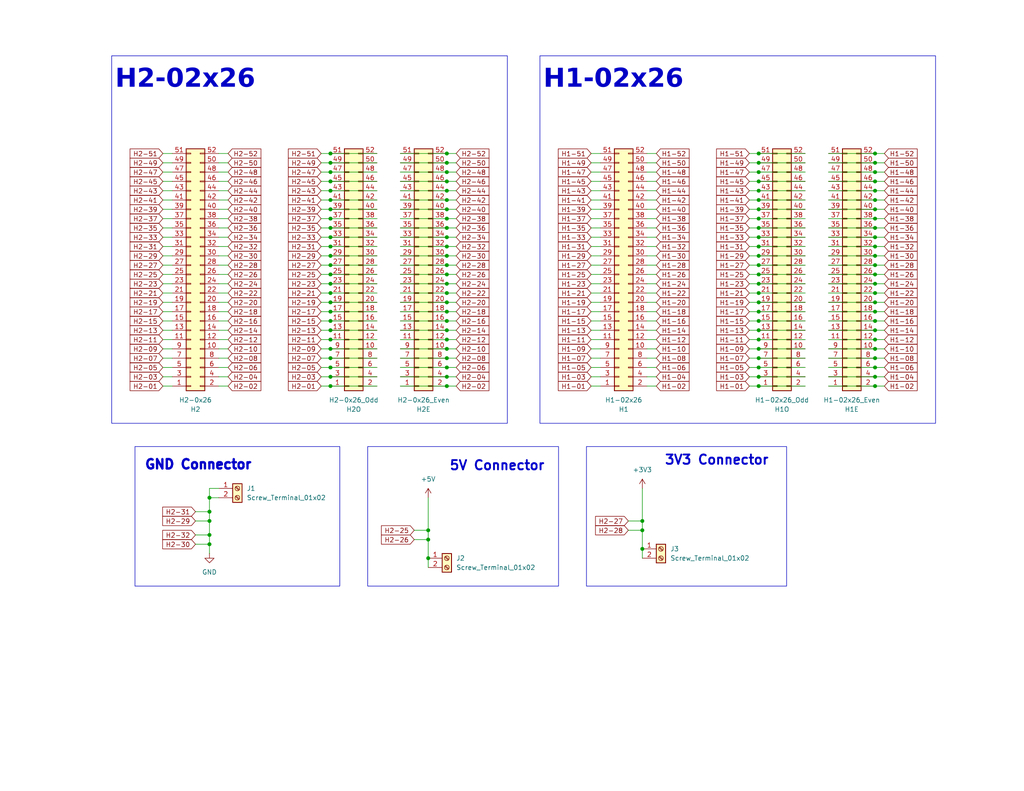
<source format=kicad_sch>
(kicad_sch (version 20231120) (generator "eeschema") (generator_version "8.0")
  (paper "USLetter")
  (junction (at 238.76 74.93))
  (junction (at 207.01 64.77))
  (junction (at 207.01 90.17))
  (junction (at 238.76 77.47))
  (junction (at 121.92 52.07))
  (junction (at 121.92 92.71))
  (junction (at 90.17 97.79))
  (junction (at 207.01 72.39))
  (junction (at 207.01 85.09))
  (junction (at 207.01 59.69))
  (junction (at 90.17 85.09))
  (junction (at 238.76 87.63))
  (junction (at 207.01 41.91))
  (junction (at 57.15 135.89))
  (junction (at 175.26 149.86))
  (junction (at 207.01 87.63))
  (junction (at 207.01 100.33))
  (junction (at 90.17 92.71))
  (junction (at 90.17 87.63))
  (junction (at 175.26 142.24))
  (junction (at 207.01 92.71))
  (junction (at 116.84 152.4))
  (junction (at 238.76 72.39))
  (junction (at 90.17 90.17))
  (junction (at 207.01 69.85))
  (junction (at 90.17 46.99))
  (junction (at 121.92 97.79))
  (junction (at 90.17 59.69))
  (junction (at 121.92 69.85))
  (junction (at 238.76 49.53))
  (junction (at 90.17 74.93))
  (junction (at 207.01 82.55))
  (junction (at 207.01 54.61))
  (junction (at 90.17 64.77))
  (junction (at 121.92 62.23))
  (junction (at 238.76 59.69))
  (junction (at 238.76 52.07))
  (junction (at 238.76 64.77))
  (junction (at 207.01 102.87))
  (junction (at 121.92 72.39))
  (junction (at 238.76 54.61))
  (junction (at 175.26 144.78))
  (junction (at 57.15 142.24))
  (junction (at 121.92 64.77))
  (junction (at 90.17 80.01))
  (junction (at 207.01 52.07))
  (junction (at 238.76 62.23))
  (junction (at 238.76 41.91))
  (junction (at 238.76 105.41))
  (junction (at 238.76 102.87))
  (junction (at 238.76 92.71))
  (junction (at 121.92 82.55))
  (junction (at 90.17 100.33))
  (junction (at 121.92 57.15))
  (junction (at 238.76 44.45))
  (junction (at 90.17 72.39))
  (junction (at 121.92 59.69))
  (junction (at 238.76 67.31))
  (junction (at 90.17 69.85))
  (junction (at 238.76 46.99))
  (junction (at 207.01 67.31))
  (junction (at 238.76 82.55))
  (junction (at 90.17 52.07))
  (junction (at 238.76 100.33))
  (junction (at 121.92 105.41))
  (junction (at 121.92 49.53))
  (junction (at 207.01 49.53))
  (junction (at 90.17 77.47))
  (junction (at 207.01 74.93))
  (junction (at 90.17 49.53))
  (junction (at 90.17 44.45))
  (junction (at 90.17 57.15))
  (junction (at 207.01 80.01))
  (junction (at 207.01 97.79))
  (junction (at 121.92 102.87))
  (junction (at 90.17 41.91))
  (junction (at 121.92 100.33))
  (junction (at 121.92 95.25))
  (junction (at 121.92 41.91))
  (junction (at 116.84 147.32))
  (junction (at 90.17 95.25))
  (junction (at 121.92 67.31))
  (junction (at 90.17 54.61))
  (junction (at 121.92 44.45))
  (junction (at 57.15 148.59))
  (junction (at 121.92 87.63))
  (junction (at 57.15 146.05))
  (junction (at 238.76 57.15))
  (junction (at 116.84 144.78))
  (junction (at 121.92 85.09))
  (junction (at 238.76 97.79))
  (junction (at 238.76 69.85))
  (junction (at 238.76 90.17))
  (junction (at 121.92 80.01))
  (junction (at 207.01 46.99))
  (junction (at 207.01 57.15))
  (junction (at 90.17 82.55))
  (junction (at 57.15 139.7))
  (junction (at 207.01 44.45))
  (junction (at 207.01 105.41))
  (junction (at 90.17 62.23))
  (junction (at 238.76 85.09))
  (junction (at 238.76 95.25))
  (junction (at 207.01 62.23))
  (junction (at 121.92 54.61))
  (junction (at 121.92 90.17))
  (junction (at 121.92 74.93))
  (junction (at 90.17 67.31))
  (junction (at 238.76 80.01))
  (junction (at 121.92 77.47))
  (junction (at 207.01 77.47))
  (junction (at 90.17 102.87))
  (junction (at 207.01 95.25))
  (junction (at 90.17 105.41))
  (junction (at 121.92 46.99))
  (wire (pts (xy 241.3 100.33) (xy 238.76 100.33)))
  (wire (pts (xy 124.46 41.91) (xy 121.92 41.91)))
  (wire (pts (xy 204.47 105.41) (xy 207.01 105.41)))
  (wire (pts (xy 241.3 85.09) (xy 238.76 85.09)))
  (wire (pts (xy 124.46 67.31) (xy 121.92 67.31)))
  (wire (pts (xy 44.45 54.61) (xy 46.99 54.61)))
  (wire (pts (xy 241.3 72.39) (xy 238.76 72.39)))
  (wire (pts (xy 207.01 90.17) (xy 219.71 90.17)))
  (wire (pts (xy 124.46 69.85) (xy 121.92 69.85)))
  (wire (pts (xy 179.07 74.93) (xy 176.53 74.93)))
  (wire (pts (xy 226.06 52.07) (xy 238.76 52.07)))
  (wire (pts (xy 44.45 49.53) (xy 46.99 49.53)))
  (wire (pts (xy 161.29 97.79) (xy 163.83 97.79)))
  (wire (pts (xy 87.63 44.45) (xy 90.17 44.45)))
  (wire (pts (xy 161.29 67.31) (xy 163.83 67.31)))
  (wire (pts (xy 109.22 105.41) (xy 121.92 105.41)))
  (wire (pts (xy 207.01 102.87) (xy 219.71 102.87)))
  (wire (pts (xy 44.45 95.25) (xy 46.99 95.25)))
  (wire (pts (xy 124.46 100.33) (xy 121.92 100.33)))
  (wire (pts (xy 53.34 146.05) (xy 57.15 146.05)))
  (wire (pts (xy 116.84 147.32) (xy 116.84 152.4)))
  (wire (pts (xy 109.22 92.71) (xy 121.92 92.71)))
  (wire (pts (xy 226.06 64.77) (xy 238.76 64.77)))
  (wire (pts (xy 241.3 102.87) (xy 238.76 102.87)))
  (wire (pts (xy 44.45 72.39) (xy 46.99 72.39)))
  (wire (pts (xy 241.3 57.15) (xy 238.76 57.15)))
  (wire (pts (xy 204.47 52.07) (xy 207.01 52.07)))
  (wire (pts (xy 241.3 92.71) (xy 238.76 92.71)))
  (wire (pts (xy 226.06 59.69) (xy 238.76 59.69)))
  (wire (pts (xy 90.17 72.39) (xy 102.87 72.39)))
  (wire (pts (xy 161.29 105.41) (xy 163.83 105.41)))
  (wire (pts (xy 226.06 85.09) (xy 238.76 85.09)))
  (wire (pts (xy 62.23 105.41) (xy 59.69 105.41)))
  (wire (pts (xy 207.01 59.69) (xy 219.71 59.69)))
  (wire (pts (xy 87.63 67.31) (xy 90.17 67.31)))
  (wire (pts (xy 109.22 57.15) (xy 121.92 57.15)))
  (wire (pts (xy 87.63 49.53) (xy 90.17 49.53)))
  (wire (pts (xy 90.17 62.23) (xy 102.87 62.23)))
  (wire (pts (xy 44.45 92.71) (xy 46.99 92.71)))
  (wire (pts (xy 124.46 105.41) (xy 121.92 105.41)))
  (wire (pts (xy 161.29 54.61) (xy 163.83 54.61)))
  (wire (pts (xy 57.15 133.35) (xy 57.15 135.89)))
  (wire (pts (xy 90.17 92.71) (xy 102.87 92.71)))
  (wire (pts (xy 207.01 80.01) (xy 219.71 80.01)))
  (wire (pts (xy 226.06 82.55) (xy 238.76 82.55)))
  (wire (pts (xy 87.63 90.17) (xy 90.17 90.17)))
  (wire (pts (xy 204.47 85.09) (xy 207.01 85.09)))
  (wire (pts (xy 62.23 44.45) (xy 59.69 44.45)))
  (wire (pts (xy 241.3 77.47) (xy 238.76 77.47)))
  (wire (pts (xy 90.17 64.77) (xy 102.87 64.77)))
  (wire (pts (xy 207.01 57.15) (xy 219.71 57.15)))
  (wire (pts (xy 204.47 49.53) (xy 207.01 49.53)))
  (wire (pts (xy 124.46 77.47) (xy 121.92 77.47)))
  (wire (pts (xy 226.06 100.33) (xy 238.76 100.33)))
  (wire (pts (xy 87.63 52.07) (xy 90.17 52.07)))
  (wire (pts (xy 124.46 80.01) (xy 121.92 80.01)))
  (wire (pts (xy 62.23 87.63) (xy 59.69 87.63)))
  (wire (pts (xy 87.63 57.15) (xy 90.17 57.15)))
  (wire (pts (xy 179.07 67.31) (xy 176.53 67.31)))
  (wire (pts (xy 161.29 52.07) (xy 163.83 52.07)))
  (wire (pts (xy 226.06 67.31) (xy 238.76 67.31)))
  (wire (pts (xy 241.3 62.23) (xy 238.76 62.23)))
  (wire (pts (xy 44.45 46.99) (xy 46.99 46.99)))
  (wire (pts (xy 204.47 44.45) (xy 207.01 44.45)))
  (wire (pts (xy 175.26 144.78) (xy 175.26 142.24)))
  (wire (pts (xy 44.45 52.07) (xy 46.99 52.07)))
  (wire (pts (xy 207.01 74.93) (xy 219.71 74.93)))
  (wire (pts (xy 109.22 59.69) (xy 121.92 59.69)))
  (wire (pts (xy 241.3 95.25) (xy 238.76 95.25)))
  (wire (pts (xy 226.06 77.47) (xy 238.76 77.47)))
  (wire (pts (xy 226.06 54.61) (xy 238.76 54.61)))
  (wire (pts (xy 124.46 49.53) (xy 121.92 49.53)))
  (wire (pts (xy 62.23 41.91) (xy 59.69 41.91)))
  (wire (pts (xy 179.07 69.85) (xy 176.53 69.85)))
  (wire (pts (xy 90.17 102.87) (xy 102.87 102.87)))
  (wire (pts (xy 87.63 41.91) (xy 90.17 41.91)))
  (wire (pts (xy 124.46 57.15) (xy 121.92 57.15)))
  (wire (pts (xy 90.17 52.07) (xy 102.87 52.07)))
  (wire (pts (xy 241.3 64.77) (xy 238.76 64.77)))
  (wire (pts (xy 161.29 90.17) (xy 163.83 90.17)))
  (wire (pts (xy 62.23 77.47) (xy 59.69 77.47)))
  (wire (pts (xy 44.45 67.31) (xy 46.99 67.31)))
  (wire (pts (xy 90.17 97.79) (xy 102.87 97.79)))
  (wire (pts (xy 161.29 62.23) (xy 163.83 62.23)))
  (wire (pts (xy 87.63 69.85) (xy 90.17 69.85)))
  (wire (pts (xy 90.17 95.25) (xy 102.87 95.25)))
  (wire (pts (xy 116.84 144.78) (xy 116.84 135.89)))
  (wire (pts (xy 161.29 95.25) (xy 163.83 95.25)))
  (wire (pts (xy 87.63 92.71) (xy 90.17 92.71)))
  (wire (pts (xy 179.07 92.71) (xy 176.53 92.71)))
  (wire (pts (xy 44.45 80.01) (xy 46.99 80.01)))
  (wire (pts (xy 124.46 52.07) (xy 121.92 52.07)))
  (wire (pts (xy 87.63 85.09) (xy 90.17 85.09)))
  (wire (pts (xy 207.01 87.63) (xy 219.71 87.63)))
  (wire (pts (xy 87.63 72.39) (xy 90.17 72.39)))
  (wire (pts (xy 57.15 139.7) (xy 57.15 142.24)))
  (wire (pts (xy 204.47 57.15) (xy 207.01 57.15)))
  (wire (pts (xy 179.07 52.07) (xy 176.53 52.07)))
  (wire (pts (xy 109.22 77.47) (xy 121.92 77.47)))
  (wire (pts (xy 161.29 44.45) (xy 163.83 44.45)))
  (wire (pts (xy 87.63 59.69) (xy 90.17 59.69)))
  (wire (pts (xy 57.15 146.05) (xy 57.15 148.59)))
  (wire (pts (xy 62.23 80.01) (xy 59.69 80.01)))
  (wire (pts (xy 90.17 82.55) (xy 102.87 82.55)))
  (wire (pts (xy 109.22 46.99) (xy 121.92 46.99)))
  (wire (pts (xy 204.47 92.71) (xy 207.01 92.71)))
  (wire (pts (xy 62.23 95.25) (xy 59.69 95.25)))
  (wire (pts (xy 161.29 80.01) (xy 163.83 80.01)))
  (wire (pts (xy 62.23 100.33) (xy 59.69 100.33)))
  (wire (pts (xy 124.46 102.87) (xy 121.92 102.87)))
  (wire (pts (xy 109.22 102.87) (xy 121.92 102.87)))
  (wire (pts (xy 226.06 95.25) (xy 238.76 95.25)))
  (wire (pts (xy 44.45 57.15) (xy 46.99 57.15)))
  (wire (pts (xy 44.45 97.79) (xy 46.99 97.79)))
  (wire (pts (xy 90.17 87.63) (xy 102.87 87.63)))
  (wire (pts (xy 87.63 80.01) (xy 90.17 80.01)))
  (wire (pts (xy 59.69 135.89) (xy 57.15 135.89)))
  (wire (pts (xy 161.29 87.63) (xy 163.83 87.63)))
  (wire (pts (xy 124.46 44.45) (xy 121.92 44.45)))
  (wire (pts (xy 90.17 100.33) (xy 102.87 100.33)))
  (wire (pts (xy 161.29 82.55) (xy 163.83 82.55)))
  (wire (pts (xy 179.07 72.39) (xy 176.53 72.39)))
  (wire (pts (xy 62.23 67.31) (xy 59.69 67.31)))
  (wire (pts (xy 109.22 90.17) (xy 121.92 90.17)))
  (wire (pts (xy 207.01 54.61) (xy 219.71 54.61)))
  (wire (pts (xy 204.47 69.85) (xy 207.01 69.85)))
  (wire (pts (xy 90.17 80.01) (xy 102.87 80.01)))
  (wire (pts (xy 207.01 44.45) (xy 219.71 44.45)))
  (wire (pts (xy 113.03 144.78) (xy 116.84 144.78)))
  (wire (pts (xy 204.47 72.39) (xy 207.01 72.39)))
  (wire (pts (xy 62.23 62.23) (xy 59.69 62.23)))
  (wire (pts (xy 90.17 59.69) (xy 102.87 59.69)))
  (wire (pts (xy 53.34 142.24) (xy 57.15 142.24)))
  (wire (pts (xy 207.01 46.99) (xy 219.71 46.99)))
  (wire (pts (xy 207.01 69.85) (xy 219.71 69.85)))
  (wire (pts (xy 204.47 80.01) (xy 207.01 80.01)))
  (wire (pts (xy 90.17 69.85) (xy 102.87 69.85)))
  (wire (pts (xy 161.29 85.09) (xy 163.83 85.09)))
  (wire (pts (xy 90.17 57.15) (xy 102.87 57.15)))
  (wire (pts (xy 90.17 85.09) (xy 102.87 85.09)))
  (wire (pts (xy 179.07 59.69) (xy 176.53 59.69)))
  (wire (pts (xy 90.17 90.17) (xy 102.87 90.17)))
  (wire (pts (xy 62.23 82.55) (xy 59.69 82.55)))
  (wire (pts (xy 179.07 46.99) (xy 176.53 46.99)))
  (wire (pts (xy 57.15 148.59) (xy 57.15 151.13)))
  (wire (pts (xy 179.07 82.55) (xy 176.53 82.55)))
  (wire (pts (xy 179.07 49.53) (xy 176.53 49.53)))
  (wire (pts (xy 44.45 82.55) (xy 46.99 82.55)))
  (wire (pts (xy 44.45 90.17) (xy 46.99 90.17)))
  (wire (pts (xy 175.26 144.78) (xy 175.26 149.86)))
  (wire (pts (xy 62.23 57.15) (xy 59.69 57.15)))
  (wire (pts (xy 204.47 95.25) (xy 207.01 95.25)))
  (wire (pts (xy 179.07 80.01) (xy 176.53 80.01)))
  (wire (pts (xy 109.22 85.09) (xy 121.92 85.09)))
  (wire (pts (xy 241.3 80.01) (xy 238.76 80.01)))
  (wire (pts (xy 161.29 74.93) (xy 163.83 74.93)))
  (wire (pts (xy 121.92 97.79) (xy 124.46 97.79)))
  (wire (pts (xy 124.46 74.93) (xy 121.92 74.93)))
  (wire (pts (xy 90.17 54.61) (xy 102.87 54.61)))
  (wire (pts (xy 226.06 41.91) (xy 238.76 41.91)))
  (wire (pts (xy 179.07 64.77) (xy 176.53 64.77)))
  (wire (pts (xy 241.3 46.99) (xy 238.76 46.99)))
  (wire (pts (xy 109.22 54.61) (xy 121.92 54.61)))
  (wire (pts (xy 90.17 105.41) (xy 102.87 105.41)))
  (wire (pts (xy 207.01 62.23) (xy 219.71 62.23)))
  (wire (pts (xy 87.63 97.79) (xy 90.17 97.79)))
  (wire (pts (xy 116.84 152.4) (xy 116.84 154.94)))
  (wire (pts (xy 116.84 147.32) (xy 116.84 144.78)))
  (wire (pts (xy 241.3 52.07) (xy 238.76 52.07)))
  (wire (pts (xy 124.46 82.55) (xy 121.92 82.55)))
  (wire (pts (xy 109.22 80.01) (xy 121.92 80.01)))
  (wire (pts (xy 179.07 105.41) (xy 176.53 105.41)))
  (wire (pts (xy 109.22 100.33) (xy 121.92 100.33)))
  (wire (pts (xy 124.46 72.39) (xy 121.92 72.39)))
  (wire (pts (xy 207.01 72.39) (xy 219.71 72.39)))
  (wire (pts (xy 179.07 57.15) (xy 176.53 57.15)))
  (wire (pts (xy 87.63 102.87) (xy 90.17 102.87)))
  (wire (pts (xy 87.63 87.63) (xy 90.17 87.63)))
  (wire (pts (xy 204.47 59.69) (xy 207.01 59.69)))
  (wire (pts (xy 44.45 105.41) (xy 46.99 105.41)))
  (wire (pts (xy 226.06 72.39) (xy 238.76 72.39)))
  (wire (pts (xy 207.01 97.79) (xy 219.71 97.79)))
  (wire (pts (xy 124.46 85.09) (xy 121.92 85.09)))
  (wire (pts (xy 207.01 85.09) (xy 219.71 85.09)))
  (wire (pts (xy 226.06 90.17) (xy 238.76 90.17)))
  (wire (pts (xy 241.3 97.79) (xy 238.76 97.79)))
  (wire (pts (xy 179.07 54.61) (xy 176.53 54.61)))
  (wire (pts (xy 241.3 54.61) (xy 238.76 54.61)))
  (wire (pts (xy 241.3 74.93) (xy 238.76 74.93)))
  (wire (pts (xy 59.69 133.35) (xy 57.15 133.35)))
  (wire (pts (xy 44.45 102.87) (xy 46.99 102.87)))
  (wire (pts (xy 87.63 64.77) (xy 90.17 64.77)))
  (wire (pts (xy 161.29 49.53) (xy 163.83 49.53)))
  (wire (pts (xy 207.01 82.55) (xy 219.71 82.55)))
  (wire (pts (xy 204.47 74.93) (xy 207.01 74.93)))
  (wire (pts (xy 109.22 44.45) (xy 121.92 44.45)))
  (wire (pts (xy 62.23 54.61) (xy 59.69 54.61)))
  (wire (pts (xy 44.45 87.63) (xy 46.99 87.63)))
  (wire (pts (xy 109.22 74.93) (xy 121.92 74.93)))
  (wire (pts (xy 207.01 92.71) (xy 219.71 92.71)))
  (wire (pts (xy 109.22 69.85) (xy 121.92 69.85)))
  (wire (pts (xy 241.3 59.69) (xy 238.76 59.69)))
  (wire (pts (xy 204.47 97.79) (xy 207.01 97.79)))
  (wire (pts (xy 204.47 54.61) (xy 207.01 54.61)))
  (wire (pts (xy 87.63 77.47) (xy 90.17 77.47)))
  (wire (pts (xy 161.29 72.39) (xy 163.83 72.39)))
  (wire (pts (xy 161.29 92.71) (xy 163.83 92.71)))
  (wire (pts (xy 109.22 67.31) (xy 121.92 67.31)))
  (wire (pts (xy 204.47 77.47) (xy 207.01 77.47)))
  (wire (pts (xy 179.07 95.25) (xy 176.53 95.25)))
  (wire (pts (xy 226.06 57.15) (xy 238.76 57.15)))
  (wire (pts (xy 62.23 49.53) (xy 59.69 49.53)))
  (wire (pts (xy 179.07 97.79) (xy 176.53 97.79)))
  (wire (pts (xy 175.26 142.24) (xy 175.26 133.35)))
  (wire (pts (xy 87.63 54.61) (xy 90.17 54.61)))
  (wire (pts (xy 62.23 85.09) (xy 59.69 85.09)))
  (wire (pts (xy 204.47 41.91) (xy 207.01 41.91)))
  (wire (pts (xy 109.22 62.23) (xy 121.92 62.23)))
  (wire (pts (xy 57.15 142.24) (xy 57.15 146.05)))
  (wire (pts (xy 109.22 95.25) (xy 121.92 95.25)))
  (wire (pts (xy 241.3 82.55) (xy 238.76 82.55)))
  (wire (pts (xy 87.63 46.99) (xy 90.17 46.99)))
  (wire (pts (xy 241.3 41.91) (xy 238.76 41.91)))
  (wire (pts (xy 109.22 41.91) (xy 121.92 41.91)))
  (wire (pts (xy 161.29 57.15) (xy 163.83 57.15)))
  (wire (pts (xy 226.06 62.23) (xy 238.76 62.23)))
  (wire (pts (xy 62.23 97.79) (xy 59.69 97.79)))
  (wire (pts (xy 171.45 144.78) (xy 175.26 144.78)))
  (wire (pts (xy 241.3 105.41) (xy 238.76 105.41)))
  (wire (pts (xy 109.22 87.63) (xy 121.92 87.63)))
  (wire (pts (xy 121.92 59.69) (xy 124.46 59.69)))
  (wire (pts (xy 44.45 85.09) (xy 46.99 85.09)))
  (wire (pts (xy 109.22 72.39) (xy 121.92 72.39)))
  (wire (pts (xy 226.06 44.45) (xy 238.76 44.45)))
  (wire (pts (xy 226.06 69.85) (xy 238.76 69.85)))
  (wire (pts (xy 124.46 87.63) (xy 121.92 87.63)))
  (wire (pts (xy 241.3 90.17) (xy 238.76 90.17)))
  (wire (pts (xy 62.23 102.87) (xy 59.69 102.87)))
  (wire (pts (xy 90.17 46.99) (xy 102.87 46.99)))
  (wire (pts (xy 226.06 49.53) (xy 238.76 49.53)))
  (wire (pts (xy 207.01 41.91) (xy 219.71 41.91)))
  (wire (pts (xy 204.47 82.55) (xy 207.01 82.55)))
  (wire (pts (xy 226.06 102.87) (xy 238.76 102.87)))
  (wire (pts (xy 62.23 46.99) (xy 59.69 46.99)))
  (wire (pts (xy 44.45 100.33) (xy 46.99 100.33)))
  (wire (pts (xy 124.46 54.61) (xy 121.92 54.61)))
  (wire (pts (xy 109.22 82.55) (xy 121.92 82.55)))
  (wire (pts (xy 241.3 67.31) (xy 238.76 67.31)))
  (wire (pts (xy 109.22 49.53) (xy 121.92 49.53)))
  (wire (pts (xy 44.45 77.47) (xy 46.99 77.47)))
  (wire (pts (xy 179.07 102.87) (xy 176.53 102.87)))
  (wire (pts (xy 124.46 64.77) (xy 121.92 64.77)))
  (wire (pts (xy 161.29 59.69) (xy 163.83 59.69)))
  (wire (pts (xy 226.06 74.93) (xy 238.76 74.93)))
  (wire (pts (xy 87.63 100.33) (xy 90.17 100.33)))
  (wire (pts (xy 241.3 69.85) (xy 238.76 69.85)))
  (wire (pts (xy 204.47 87.63) (xy 207.01 87.63)))
  (wire (pts (xy 44.45 69.85) (xy 46.99 69.85)))
  (wire (pts (xy 62.23 59.69) (xy 59.69 59.69)))
  (wire (pts (xy 241.3 87.63) (xy 238.76 87.63)))
  (wire (pts (xy 204.47 102.87) (xy 207.01 102.87)))
  (wire (pts (xy 44.45 64.77) (xy 46.99 64.77)))
  (wire (pts (xy 90.17 41.91) (xy 102.87 41.91)))
  (wire (pts (xy 124.46 90.17) (xy 121.92 90.17)))
  (wire (pts (xy 207.01 67.31) (xy 219.71 67.31)))
  (wire (pts (xy 124.46 62.23) (xy 121.92 62.23)))
  (wire (pts (xy 124.46 46.99) (xy 121.92 46.99)))
  (wire (pts (xy 62.23 74.93) (xy 59.69 74.93)))
  (wire (pts (xy 207.01 52.07) (xy 219.71 52.07)))
  (wire (pts (xy 241.3 44.45) (xy 238.76 44.45)))
  (wire (pts (xy 179.07 100.33) (xy 176.53 100.33)))
  (wire (pts (xy 207.01 64.77) (xy 219.71 64.77)))
  (wire (pts (xy 207.01 49.53) (xy 219.71 49.53)))
  (wire (pts (xy 44.45 74.93) (xy 46.99 74.93)))
  (wire (pts (xy 44.45 44.45) (xy 46.99 44.45)))
  (wire (pts (xy 62.23 52.07) (xy 59.69 52.07)))
  (wire (pts (xy 109.22 97.79) (xy 121.92 97.79)))
  (wire (pts (xy 179.07 44.45) (xy 176.53 44.45)))
  (wire (pts (xy 124.46 95.25) (xy 121.92 95.25)))
  (wire (pts (xy 204.47 62.23) (xy 207.01 62.23)))
  (wire (pts (xy 207.01 105.41) (xy 219.71 105.41)))
  (wire (pts (xy 87.63 95.25) (xy 90.17 95.25)))
  (wire (pts (xy 109.22 64.77) (xy 121.92 64.77)))
  (wire (pts (xy 204.47 90.17) (xy 207.01 90.17)))
  (wire (pts (xy 226.06 46.99) (xy 238.76 46.99)))
  (wire (pts (xy 62.23 90.17) (xy 59.69 90.17)))
  (wire (pts (xy 179.07 87.63) (xy 176.53 87.63)))
  (wire (pts (xy 62.23 72.39) (xy 59.69 72.39)))
  (wire (pts (xy 179.07 90.17) (xy 176.53 90.17)))
  (wire (pts (xy 207.01 95.25) (xy 219.71 95.25)))
  (wire (pts (xy 113.03 147.32) (xy 116.84 147.32)))
  (wire (pts (xy 62.23 64.77) (xy 59.69 64.77)))
  (wire (pts (xy 204.47 46.99) (xy 207.01 46.99)))
  (wire (pts (xy 226.06 97.79) (xy 238.76 97.79)))
  (wire (pts (xy 90.17 49.53) (xy 102.87 49.53)))
  (wire (pts (xy 161.29 102.87) (xy 163.83 102.87)))
  (wire (pts (xy 241.3 49.53) (xy 238.76 49.53)))
  (wire (pts (xy 226.06 80.01) (xy 238.76 80.01)))
  (wire (pts (xy 62.23 69.85) (xy 59.69 69.85)))
  (wire (pts (xy 109.22 52.07) (xy 121.92 52.07)))
  (wire (pts (xy 161.29 41.91) (xy 163.83 41.91)))
  (wire (pts (xy 44.45 59.69) (xy 46.99 59.69)))
  (wire (pts (xy 87.63 74.93) (xy 90.17 74.93)))
  (wire (pts (xy 207.01 100.33) (xy 219.71 100.33)))
  (wire (pts (xy 87.63 105.41) (xy 90.17 105.41)))
  (wire (pts (xy 179.07 62.23) (xy 176.53 62.23)))
  (wire (pts (xy 44.45 41.91) (xy 46.99 41.91)))
  (wire (pts (xy 204.47 100.33) (xy 207.01 100.33)))
  (wire (pts (xy 161.29 100.33) (xy 163.83 100.33)))
  (wire (pts (xy 87.63 82.55) (xy 90.17 82.55)))
  (wire (pts (xy 204.47 67.31) (xy 207.01 67.31)))
  (wire (pts (xy 62.23 92.71) (xy 59.69 92.71)))
  (wire (pts (xy 226.06 87.63) (xy 238.76 87.63)))
  (wire (pts (xy 161.29 77.47) (xy 163.83 77.47)))
  (wire (pts (xy 87.63 62.23) (xy 90.17 62.23)))
  (wire (pts (xy 90.17 77.47) (xy 102.87 77.47)))
  (wire (pts (xy 57.15 135.89) (xy 57.15 139.7)))
  (wire (pts (xy 161.29 69.85) (xy 163.83 69.85)))
  (wire (pts (xy 179.07 85.09) (xy 176.53 85.09)))
  (wire (pts (xy 44.45 62.23) (xy 46.99 62.23)))
  (wire (pts (xy 53.34 139.7) (xy 57.15 139.7)))
  (wire (pts (xy 207.01 77.47) (xy 219.71 77.47)))
  (wire (pts (xy 179.07 77.47) (xy 176.53 77.47)))
  (wire (pts (xy 171.45 142.24) (xy 175.26 142.24)))
  (wire (pts (xy 53.34 148.59) (xy 57.15 148.59)))
  (wire (pts (xy 226.06 105.41) (xy 238.76 105.41)))
  (wire (pts (xy 204.47 64.77) (xy 207.01 64.77)))
  (wire (pts (xy 161.29 64.77) (xy 163.83 64.77)))
  (wire (pts (xy 175.26 149.86) (xy 175.26 152.4)))
  (wire (pts (xy 90.17 44.45) (xy 102.87 44.45)))
  (wire (pts (xy 90.17 74.93) (xy 102.87 74.93)))
  (wire (pts (xy 226.06 92.71) (xy 238.76 92.71)))
  (wire (pts (xy 90.17 67.31) (xy 102.87 67.31)))
  (wire (pts (xy 161.29 46.99) (xy 163.83 46.99)))
  (wire (pts (xy 124.46 92.71) (xy 121.92 92.71)))
  (wire (pts (xy 179.07 41.91) (xy 176.53 41.91)))
  (rectangle (start 36.83 121.92) (end 92.71 160.02))
  (rectangle (start 100.33 121.92) (end 152.4 160.02))
  (rectangle (start 147.32 15.24) (end 255.27 115.57))
  (rectangle (start 160.02 121.92) (end 214.63 160.02))
  (rectangle (start 30.48 15.24) (end 138.43 115.57))
  (text "H1-02x26" (at 167.386 23.114 0) (effects (font (size 5.08 5.08))))
  (text "3V3 Connector\n" (at 195.58 125.73 0) (effects (font (size 2.54 2.54) (thickness 0.508) (bold yes))))
  (text "5V Connector" (at 135.636 127.254 0) (effects (font (size 2.54 2.54) (thickness 0.508) (bold yes))))
  (text "H2-02x26" (at 50.546 23.114 0) (effects (font (size 5.08 5.08))))
  (text "GND Connector" (at 54.102 127 0) (effects (font (size 2.54 2.54) (thickness 1.016) (bold yes))))
  (global_label "H1-05" (shape input) (at 204.47 100.33 180) (property "Intersheetrefs" "${INTERSHEET_REFS}" (effects (hide yes))))
  (global_label "H1-26" (shape input) (at 179.07 74.93 0) (property "Intersheetrefs" "${INTERSHEET_REFS}" (effects (hide yes))))
  (global_label "H1-45" (shape input) (at 161.29 49.53 180) (property "Intersheetrefs" "${INTERSHEET_REFS}" (effects (hide yes))))
  (global_label "H2-45" (shape input) (at 87.63 49.53 180) (property "Intersheetrefs" "${INTERSHEET_REFS}" (effects (hide yes))))
  (global_label "H2-20" (shape input) (at 62.23 82.55 0) (property "Intersheetrefs" "${INTERSHEET_REFS}" (effects (hide yes))))
  (global_label "H2-21" (shape input) (at 87.63 80.01 180) (property "Intersheetrefs" "${INTERSHEET_REFS}" (effects (hide yes))))
  (global_label "H2-04" (shape input) (at 124.46 102.87 0) (property "Intersheetrefs" "${INTERSHEET_REFS}" (effects (hide yes))))
  (global_label "H2-24" (shape input) (at 62.23 77.47 0) (property "Intersheetrefs" "${INTERSHEET_REFS}" (effects (hide yes))))
  (global_label "H1-16" (shape input) (at 179.07 87.63 0) (property "Intersheetrefs" "${INTERSHEET_REFS}" (effects (hide yes))))
  (global_label "H2-43" (shape input) (at 44.45 52.07 180) (property "Intersheetrefs" "${INTERSHEET_REFS}" (effects (hide yes))))
  (global_label "H2-11" (shape input) (at 87.63 92.71 180) (property "Intersheetrefs" "${INTERSHEET_REFS}" (effects (hide yes))))
  (global_label "H1-22" (shape input) (at 179.07 80.01 0) (property "Intersheetrefs" "${INTERSHEET_REFS}" (effects (hide yes))))
  (global_label "H1-19" (shape input) (at 204.47 82.55 180) (property "Intersheetrefs" "${INTERSHEET_REFS}" (effects (hide yes))))
  (global_label "H2-02" (shape input) (at 124.46 105.41 0) (property "Intersheetrefs" "${INTERSHEET_REFS}" (effects (hide yes))))
  (global_label "H1-24" (shape input) (at 241.3 77.47 0) (property "Intersheetrefs" "${INTERSHEET_REFS}" (effects (hide yes))))
  (global_label "H2-10" (shape input) (at 62.23 95.25 0) (property "Intersheetrefs" "${INTERSHEET_REFS}" (effects (hide yes))))
  (global_label "H1-42" (shape input) (at 179.07 54.61 0) (property "Intersheetrefs" "${INTERSHEET_REFS}" (effects (hide yes))))
  (global_label "H2-26" (shape input) (at 62.23 74.93 0) (property "Intersheetrefs" "${INTERSHEET_REFS}" (effects (hide yes))))
  (global_label "H1-33" (shape input) (at 204.47 64.77 180) (property "Intersheetrefs" "${INTERSHEET_REFS}" (effects (hide yes))))
  (global_label "H1-29" (shape input) (at 161.29 69.85 180) (property "Intersheetrefs" "${INTERSHEET_REFS}" (effects (hide yes))))
  (global_label "H2-44" (shape input) (at 124.46 52.07 0) (property "Intersheetrefs" "${INTERSHEET_REFS}" (effects (hide yes))))
  (global_label "H1-30" (shape input) (at 179.07 69.85 0) (property "Intersheetrefs" "${INTERSHEET_REFS}" (effects (hide yes))))
  (global_label "H2-04" (shape input) (at 62.23 102.87 0) (property "Intersheetrefs" "${INTERSHEET_REFS}" (effects (hide yes))))
  (global_label "H1-17" (shape input) (at 161.29 85.09 180) (property "Intersheetrefs" "${INTERSHEET_REFS}" (effects (hide yes))))
  (global_label "H1-33" (shape input) (at 161.29 64.77 180) (property "Intersheetrefs" "${INTERSHEET_REFS}" (effects (hide yes))))
  (global_label "H1-45" (shape input) (at 204.47 49.53 180) (property "Intersheetrefs" "${INTERSHEET_REFS}" (effects (hide yes))))
  (global_label "H2-31" (shape input) (at 53.34 139.7 180) (property "Intersheetrefs" "${INTERSHEET_REFS}" (effects (hide yes))))
  (global_label "H1-47" (shape input) (at 161.29 46.99 180) (property "Intersheetrefs" "${INTERSHEET_REFS}" (effects (hide yes))))
  (global_label "H1-34" (shape input) (at 179.07 64.77 0) (property "Intersheetrefs" "${INTERSHEET_REFS}" (effects (hide yes))))
  (global_label "H1-51" (shape input) (at 204.47 41.91 180) (property "Intersheetrefs" "${INTERSHEET_REFS}" (effects (hide yes))))
  (global_label "H2-50" (shape input) (at 124.46 44.45 0) (property "Intersheetrefs" "${INTERSHEET_REFS}" (effects (hide yes))))
  (global_label "H1-43" (shape input) (at 161.29 52.07 180) (property "Intersheetrefs" "${INTERSHEET_REFS}" (effects (hide yes))))
  (global_label "H2-14" (shape input) (at 124.46 90.17 0) (property "Intersheetrefs" "${INTERSHEET_REFS}" (effects (hide yes))))
  (global_label "H2-18" (shape input) (at 124.46 85.09 0) (property "Intersheetrefs" "${INTERSHEET_REFS}" (effects (hide yes))))
  (global_label "H1-07" (shape input) (at 204.47 97.79 180) (property "Intersheetrefs" "${INTERSHEET_REFS}" (effects (hide yes))))
  (global_label "H1-50" (shape input) (at 179.07 44.45 0) (property "Intersheetrefs" "${INTERSHEET_REFS}" (effects (hide yes))))
  (global_label "H1-02" (shape input) (at 241.3 105.41 0) (property "Intersheetrefs" "${INTERSHEET_REFS}" (effects (hide yes))))
  (global_label "H2-30" (shape input) (at 53.34 148.59 180) (property "Intersheetrefs" "${INTERSHEET_REFS}" (effects (hide yes))))
  (global_label "H1-10" (shape input) (at 241.3 95.25 0) (property "Intersheetrefs" "${INTERSHEET_REFS}" (effects (hide yes))))
  (global_label "H2-35" (shape input) (at 87.63 62.23 180) (property "Intersheetrefs" "${INTERSHEET_REFS}" (effects (hide yes))))
  (global_label "H2-05" (shape input) (at 44.45 100.33 180) (property "Intersheetrefs" "${INTERSHEET_REFS}" (effects (hide yes))))
  (global_label "H2-13" (shape input) (at 87.63 90.17 180) (property "Intersheetrefs" "${INTERSHEET_REFS}" (effects (hide yes))))
  (global_label "H1-15" (shape input) (at 204.47 87.63 180) (property "Intersheetrefs" "${INTERSHEET_REFS}" (effects (hide yes))))
  (global_label "H1-09" (shape input) (at 161.29 95.25 180) (property "Intersheetrefs" "${INTERSHEET_REFS}" (effects (hide yes))))
  (global_label "H2-22" (shape input) (at 62.23 80.01 0) (property "Intersheetrefs" "${INTERSHEET_REFS}" (effects (hide yes))))
  (global_label "H2-10" (shape input) (at 124.46 95.25 0) (property "Intersheetrefs" "${INTERSHEET_REFS}" (effects (hide yes))))
  (global_label "H1-25" (shape input) (at 204.47 74.93 180) (property "Intersheetrefs" "${INTERSHEET_REFS}" (effects (hide yes))))
  (global_label "H2-07" (shape input) (at 87.63 97.79 180) (property "Intersheetrefs" "${INTERSHEET_REFS}" (effects (hide yes))))
  (global_label "H2-25" (shape input) (at 113.03 144.78 180) (property "Intersheetrefs" "${INTERSHEET_REFS}" (effects (hide yes))))
  (global_label "H1-46" (shape input) (at 241.3 49.53 0) (property "Intersheetrefs" "${INTERSHEET_REFS}" (effects (hide yes))))
  (global_label "H1-39" (shape input) (at 161.29 57.15 180) (property "Intersheetrefs" "${INTERSHEET_REFS}" (effects (hide yes))))
  (global_label "H2-41" (shape input) (at 44.45 54.61 180) (property "Intersheetrefs" "${INTERSHEET_REFS}" (effects (hide yes))))
  (global_label "H1-11" (shape input) (at 204.47 92.71 180) (property "Intersheetrefs" "${INTERSHEET_REFS}" (effects (hide yes))))
  (global_label "H2-18" (shape input) (at 62.23 85.09 0) (property "Intersheetrefs" "${INTERSHEET_REFS}" (effects (hide yes))))
  (global_label "H1-06" (shape input) (at 179.07 100.33 0) (property "Intersheetrefs" "${INTERSHEET_REFS}" (effects (hide yes))))
  (global_label "H2-15" (shape input) (at 44.45 87.63 180) (property "Intersheetrefs" "${INTERSHEET_REFS}" (effects (hide yes))))
  (global_label "H2-20" (shape input) (at 124.46 82.55 0) (property "Intersheetrefs" "${INTERSHEET_REFS}" (effects (hide yes))))
  (global_label "H1-03" (shape input) (at 161.29 102.87 180) (property "Intersheetrefs" "${INTERSHEET_REFS}" (effects (hide yes))))
  (global_label "H1-27" (shape input) (at 161.29 72.39 180) (property "Intersheetrefs" "${INTERSHEET_REFS}" (effects (hide yes))))
  (global_label "H1-41" (shape input) (at 161.29 54.61 180) (property "Intersheetrefs" "${INTERSHEET_REFS}" (effects (hide yes))))
  (global_label "H1-04" (shape input) (at 241.3 102.87 0) (property "Intersheetrefs" "${INTERSHEET_REFS}" (effects (hide yes))))
  (global_label "H1-23" (shape input) (at 204.47 77.47 180) (property "Intersheetrefs" "${INTERSHEET_REFS}" (effects (hide yes))))
  (global_label "H2-29" (shape input) (at 44.45 69.85 180) (property "Intersheetrefs" "${INTERSHEET_REFS}" (effects (hide yes))))
  (global_label "H1-39" (shape input) (at 204.47 57.15 180) (property "Intersheetrefs" "${INTERSHEET_REFS}" (effects (hide yes))))
  (global_label "H1-14" (shape input) (at 241.3 90.17 0) (property "Intersheetrefs" "${INTERSHEET_REFS}" (effects (hide yes))))
  (global_label "H2-29" (shape input) (at 53.34 142.24 180) (property "Intersheetrefs" "${INTERSHEET_REFS}" (effects (hide yes))))
  (global_label "H2-19" (shape input) (at 87.63 82.55 180) (property "Intersheetrefs" "${INTERSHEET_REFS}" (effects (hide yes))))
  (global_label "H2-22" (shape input) (at 124.46 80.01 0) (property "Intersheetrefs" "${INTERSHEET_REFS}" (effects (hide yes))))
  (global_label "H2-19" (shape input) (at 44.45 82.55 180) (property "Intersheetrefs" "${INTERSHEET_REFS}" (effects (hide yes))))
  (global_label "H2-38" (shape input) (at 62.23 59.69 0) (property "Intersheetrefs" "${INTERSHEET_REFS}" (effects (hide yes))))
  (global_label "H2-49" (shape input) (at 87.63 44.45 180) (property "Intersheetrefs" "${INTERSHEET_REFS}" (effects (hide yes))))
  (global_label "H2-16" (shape input) (at 124.46 87.63 0) (property "Intersheetrefs" "${INTERSHEET_REFS}" (effects (hide yes))))
  (global_label "H2-23" (shape input) (at 87.63 77.47 180) (property "Intersheetrefs" "${INTERSHEET_REFS}" (effects (hide yes))))
  (global_label "H2-17" (shape input) (at 87.63 85.09 180) (property "Intersheetrefs" "${INTERSHEET_REFS}" (effects (hide yes))))
  (global_label "H2-26" (shape input) (at 113.03 147.32 180) (property "Intersheetrefs" "${INTERSHEET_REFS}" (effects (hide yes))))
  (global_label "H2-23" (shape input) (at 44.45 77.47 180) (property "Intersheetrefs" "${INTERSHEET_REFS}" (effects (hide yes))))
  (global_label "H1-35" (shape input) (at 161.29 62.23 180) (property "Intersheetrefs" "${INTERSHEET_REFS}" (effects (hide yes))))
  (global_label "H2-03" (shape input) (at 44.45 102.87 180) (property "Intersheetrefs" "${INTERSHEET_REFS}" (effects (hide yes))))
  (global_label "H1-38" (shape input) (at 179.07 59.69 0) (property "Intersheetrefs" "${INTERSHEET_REFS}" (effects (hide yes))))
  (global_label "H2-41" (shape input) (at 87.63 54.61 180) (property "Intersheetrefs" "${INTERSHEET_REFS}" (effects (hide yes))))
  (global_label "H1-41" (shape input) (at 204.47 54.61 180) (property "Intersheetrefs" "${INTERSHEET_REFS}" (effects (hide yes))))
  (global_label "H2-14" (shape input) (at 62.23 90.17 0) (property "Intersheetrefs" "${INTERSHEET_REFS}" (effects (hide yes))))
  (global_label "H1-06" (shape input) (at 241.3 100.33 0) (property "Intersheetrefs" "${INTERSHEET_REFS}" (effects (hide yes))))
  (global_label "H1-28" (shape input) (at 179.07 72.39 0) (property "Intersheetrefs" "${INTERSHEET_REFS}" (effects (hide yes))))
  (global_label "H1-35" (shape input) (at 204.47 62.23 180) (property "Intersheetrefs" "${INTERSHEET_REFS}" (effects (hide yes))))
  (global_label "H2-28" (shape input) (at 62.23 72.39 0) (property "Intersheetrefs" "${INTERSHEET_REFS}" (effects (hide yes))))
  (global_label "H1-09" (shape input) (at 204.47 95.25 180) (property "Intersheetrefs" "${INTERSHEET_REFS}" (effects (hide yes))))
  (global_label "H2-21" (shape input) (at 44.45 80.01 180) (property "Intersheetrefs" "${INTERSHEET_REFS}" (effects (hide yes))))
  (global_label "H1-01" (shape input) (at 161.29 105.41 180) (property "Intersheetrefs" "${INTERSHEET_REFS}" (effects (hide yes))))
  (global_label "H1-19" (shape input) (at 161.29 82.55 180) (property "Intersheetrefs" "${INTERSHEET_REFS}" (effects (hide yes))))
  (global_label "H2-52" (shape input) (at 124.46 41.91 0) (property "Intersheetrefs" "${INTERSHEET_REFS}" (effects (hide yes))))
  (global_label "H1-49" (shape input) (at 204.47 44.45 180) (property "Intersheetrefs" "${INTERSHEET_REFS}" (effects (hide yes))))
  (global_label "H1-32" (shape input) (at 179.07 67.31 0) (property "Intersheetrefs" "${INTERSHEET_REFS}" (effects (hide yes))))
  (global_label "H1-13" (shape input) (at 161.29 90.17 180) (property "Intersheetrefs" "${INTERSHEET_REFS}" (effects (hide yes))))
  (global_label "H2-28" (shape input) (at 171.45 144.78 180) (property "Intersheetrefs" "${INTERSHEET_REFS}" (effects (hide yes))))
  (global_label "H2-06" (shape input) (at 124.46 100.33 0) (property "Intersheetrefs" "${INTERSHEET_REFS}" (effects (hide yes))))
  (global_label "H1-07" (shape input) (at 161.29 97.79 180) (property "Intersheetrefs" "${INTERSHEET_REFS}" (effects (hide yes))))
  (global_label "H2-36" (shape input) (at 62.23 62.23 0) (property "Intersheetrefs" "${INTERSHEET_REFS}" (effects (hide yes))))
  (global_label "H1-18" (shape input) (at 241.3 85.09 0) (property "Intersheetrefs" "${INTERSHEET_REFS}" (effects (hide yes))))
  (global_label "H2-52" (shape input) (at 62.23 41.91 0) (property "Intersheetrefs" "${INTERSHEET_REFS}" (effects (hide yes))))
  (global_label "H2-32" (shape input) (at 124.46 67.31 0) (property "Intersheetrefs" "${INTERSHEET_REFS}" (effects (hide yes))))
  (global_label "H1-48" (shape input) (at 241.3 46.99 0) (property "Intersheetrefs" "${INTERSHEET_REFS}" (effects (hide yes))))
  (global_label "H1-31" (shape input) (at 204.47 67.31 180) (property "Intersheetrefs" "${INTERSHEET_REFS}" (effects (hide yes))))
  (global_label "H2-01" (shape input) (at 44.45 105.41 180) (property "Intersheetrefs" "${INTERSHEET_REFS}" (effects (hide yes))))
  (global_label "H2-05" (shape input) (at 87.63 100.33 180) (property "Intersheetrefs" "${INTERSHEET_REFS}" (effects (hide yes))))
  (global_label "H2-46" (shape input) (at 62.23 49.53 0) (property "Intersheetrefs" "${INTERSHEET_REFS}" (effects (hide yes))))
  (global_label "H1-12" (shape input) (at 241.3 92.71 0) (property "Intersheetrefs" "${INTERSHEET_REFS}" (effects (hide yes))))
  (global_label "H1-08" (shape input) (at 179.07 97.79 0) (property "Intersheetrefs" "${INTERSHEET_REFS}" (effects (hide yes))))
  (global_label "H1-37" (shape input) (at 204.47 59.69 180) (property "Intersheetrefs" "${INTERSHEET_REFS}" (effects (hide yes))))
  (global_label "H1-44" (shape input) (at 241.3 52.07 0) (property "Intersheetrefs" "${INTERSHEET_REFS}" (effects (hide yes))))
  (global_label "H2-47" (shape input) (at 87.63 46.99 180) (property "Intersheetrefs" "${INTERSHEET_REFS}" (effects (hide yes))))
  (global_label "H1-12" (shape input) (at 179.07 92.71 0) (property "Intersheetrefs" "${INTERSHEET_REFS}" (effects (hide yes))))
  (global_label "H2-35" (shape input) (at 44.45 62.23 180) (property "Intersheetrefs" "${INTERSHEET_REFS}" (effects (hide yes))))
  (global_label "H2-16" (shape input) (at 62.23 87.63 0) (property "Intersheetrefs" "${INTERSHEET_REFS}" (effects (hide yes))))
  (global_label "H1-42" (shape input) (at 241.3 54.61 0) (property "Intersheetrefs" "${INTERSHEET_REFS}" (effects (hide yes))))
  (global_label "H2-45" (shape input) (at 44.45 49.53 180) (property "Intersheetrefs" "${INTERSHEET_REFS}" (effects (hide yes))))
  (global_label "H1-40" (shape input) (at 241.3 57.15 0) (property "Intersheetrefs" "${INTERSHEET_REFS}" (effects (hide yes))))
  (global_label "H2-33" (shape input) (at 87.63 64.77 180) (property "Intersheetrefs" "${INTERSHEET_REFS}" (effects (hide yes))))
  (global_label "H1-27" (shape input) (at 204.47 72.39 180) (property "Intersheetrefs" "${INTERSHEET_REFS}" (effects (hide yes))))
  (global_label "H1-51" (shape input) (at 161.29 41.91 180) (property "Intersheetrefs" "${INTERSHEET_REFS}" (effects (hide yes))))
  (global_label "H1-21" (shape input) (at 161.29 80.01 180) (property "Intersheetrefs" "${INTERSHEET_REFS}" (effects (hide yes))))
  (global_label "H1-26" (shape input) (at 241.3 74.93 0) (property "Intersheetrefs" "${INTERSHEET_REFS}" (effects (hide yes))))
  (global_label "H2-39" (shape input) (at 44.45 57.15 180) (property "Intersheetrefs" "${INTERSHEET_REFS}" (effects (hide yes))))
  (global_label "H1-23" (shape input) (at 161.29 77.47 180) (property "Intersheetrefs" "${INTERSHEET_REFS}" (effects (hide yes))))
  (global_label "H2-15" (shape input) (at 87.63 87.63 180) (property "Intersheetrefs" "${INTERSHEET_REFS}" (effects (hide yes))))
  (global_label "H2-12" (shape input) (at 124.46 92.71 0) (property "Intersheetrefs" "${INTERSHEET_REFS}" (effects (hide yes))))
  (global_label "H2-44" (shape input) (at 62.23 52.07 0) (property "Intersheetrefs" "${INTERSHEET_REFS}" (effects (hide yes))))
  (global_label "H2-31" (shape input) (at 44.45 67.31 180) (property "Intersheetrefs" "${INTERSHEET_REFS}" (effects (hide yes))))
  (global_label "H2-25" (shape input) (at 44.45 74.93 180) (property "Intersheetrefs" "${INTERSHEET_REFS}" (effects (hide yes))))
  (global_label "H1-47" (shape input) (at 204.47 46.99 180) (property "Intersheetrefs" "${INTERSHEET_REFS}" (effects (hide yes))))
  (global_label "H2-48" (shape input) (at 124.46 46.99 0) (property "Intersheetrefs" "${INTERSHEET_REFS}" (effects (hide yes))))
  (global_label "H1-14" (shape input) (at 179.07 90.17 0) (property "Intersheetrefs" "${INTERSHEET_REFS}" (effects (hide yes))))
  (global_label "H2-30" (shape input) (at 62.23 69.85 0) (property "Intersheetrefs" "${INTERSHEET_REFS}" (effects (hide yes))))
  (global_label "H1-01" (shape input) (at 204.47 105.41 180) (property "Intersheetrefs" "${INTERSHEET_REFS}" (effects (hide yes))))
  (global_label "H2-29" (shape input) (at 87.63 69.85 180) (property "Intersheetrefs" "${INTERSHEET_REFS}" (effects (hide yes))))
  (global_label "H1-16" (shape input) (at 241.3 87.63 0) (property "Intersheetrefs" "${INTERSHEET_REFS}" (effects (hide yes))))
  (global_label "H2-07" (shape input) (at 44.45 97.79 180) (property "Intersheetrefs" "${INTERSHEET_REFS}" (effects (hide yes))))
  (global_label "H2-47" (shape input) (at 44.45 46.99 180) (property "Intersheetrefs" "${INTERSHEET_REFS}" (effects (hide yes))))
  (global_label "H2-28" (shape input) (at 124.46 72.39 0) (property "Intersheetrefs" "${INTERSHEET_REFS}" (effects (hide yes))))
  (global_label "H2-39" (shape input) (at 87.63 57.15 180) (property "Intersheetrefs" "${INTERSHEET_REFS}" (effects (hide yes))))
  (global_label "H1-15" (shape input) (at 161.29 87.63 180) (property "Intersheetrefs" "${INTERSHEET_REFS}" (effects (hide yes))))
  (global_label "H1-49" (shape input) (at 161.29 44.45 180) (property "Intersheetrefs" "${INTERSHEET_REFS}" (effects (hide yes))))
  (global_label "H2-46" (shape input) (at 124.46 49.53 0) (property "Intersheetrefs" "${INTERSHEET_REFS}" (effects (hide yes))))
  (global_label "H2-34" (shape input) (at 124.46 64.77 0) (property "Intersheetrefs" "${INTERSHEET_REFS}" (effects (hide yes))))
  (global_label "H1-05" (shape input) (at 161.29 100.33 180) (property "Intersheetrefs" "${INTERSHEET_REFS}" (effects (hide yes))))
  (global_label "H1-18" (shape input) (at 179.07 85.09 0) (property "Intersheetrefs" "${INTERSHEET_REFS}" (effects (hide yes))))
  (global_label "H1-43" (shape input) (at 204.47 52.07 180) (property "Intersheetrefs" "${INTERSHEET_REFS}" (effects (hide yes))))
  (global_label "H1-04" (shape input) (at 179.07 102.87 0) (property "Intersheetrefs" "${INTERSHEET_REFS}" (effects (hide yes))))
  (global_label "H1-17" (shape input) (at 204.47 85.09 180) (property "Intersheetrefs" "${INTERSHEET_REFS}" (effects (hide yes))))
  (global_label "H2-33" (shape input) (at 44.45 64.77 180) (property "Intersheetrefs" "${INTERSHEET_REFS}" (effects (hide yes))))
  (global_label "H1-36" (shape input) (at 179.07 62.23 0) (property "Intersheetrefs" "${INTERSHEET_REFS}" (effects (hide yes))))
  (global_label "H1-38" (shape input) (at 241.3 59.69 0) (property "Intersheetrefs" "${INTERSHEET_REFS}" (effects (hide yes))))
  (global_label "H2-06" (shape input) (at 62.23 100.33 0) (property "Intersheetrefs" "${INTERSHEET_REFS}" (effects (hide yes))))
  (global_label "H1-20" (shape input) (at 179.07 82.55 0) (property "Intersheetrefs" "${INTERSHEET_REFS}" (effects (hide yes))))
  (global_label "H2-48" (shape input) (at 62.23 46.99 0) (property "Intersheetrefs" "${INTERSHEET_REFS}" (effects (hide yes))))
  (global_label "H1-13" (shape input) (at 204.47 90.17 180) (property "Intersheetrefs" "${INTERSHEET_REFS}" (effects (hide yes))))
  (global_label "H2-34" (shape input) (at 62.23 64.77 0) (property "Intersheetrefs" "${INTERSHEET_REFS}" (effects (hide yes))))
  (global_label "H2-37" (shape input) (at 87.63 59.69 180) (property "Intersheetrefs" "${INTERSHEET_REFS}" (effects (hide yes))))
  (global_label "H2-09" (shape input) (at 87.63 95.25 180) (property "Intersheetrefs" "${INTERSHEET_REFS}" (effects (hide yes))))
  (global_label "H2-32" (shape input) (at 62.23 67.31 0) (property "Intersheetrefs" "${INTERSHEET_REFS}" (effects (hide yes))))
  (global_label "H1-25" (shape input) (at 161.29 74.93 180) (property "Intersheetrefs" "${INTERSHEET_REFS}" (effects (hide yes))))
  (global_label "H1-44" (shape input) (at 179.07 52.07 0) (property "Intersheetrefs" "${INTERSHEET_REFS}" (effects (hide yes))))
  (global_label "H2-25" (shape input) (at 87.63 74.93 180) (property "Intersheetrefs" "${INTERSHEET_REFS}" (effects (hide yes))))
  (global_label "H1-29" (shape input) (at 204.47 69.85 180) (property "Intersheetrefs" "${INTERSHEET_REFS}" (effects (hide yes))))
  (global_label "H1-31" (shape input) (at 161.29 67.31 180) (property "Intersheetrefs" "${INTERSHEET_REFS}" (effects (hide yes))))
  (global_label "H2-36" (shape input) (at 124.46 62.23 0) (property "Intersheetrefs" "${INTERSHEET_REFS}" (effects (hide yes))))
  (global_label "H1-52" (shape input) (at 241.3 41.91 0) (property "Intersheetrefs" "${INTERSHEET_REFS}" (effects (hide yes))))
  (global_label "H1-34" (shape input) (at 241.3 64.77 0) (property "Intersheetrefs" "${INTERSHEET_REFS}" (effects (hide yes))))
  (global_label "H1-37" (shape input) (at 161.29 59.69 180) (property "Intersheetrefs" "${INTERSHEET_REFS}" (effects (hide yes))))
  (global_label "H1-46" (shape input) (at 179.07 49.53 0) (property "Intersheetrefs" "${INTERSHEET_REFS}" (effects (hide yes))))
  (global_label "H2-24" (shape input) (at 124.46 77.47 0) (property "Intersheetrefs" "${INTERSHEET_REFS}" (effects (hide yes))))
  (global_label "H2-26" (shape input) (at 124.46 74.93 0) (property "Intersheetrefs" "${INTERSHEET_REFS}" (effects (hide yes))))
  (global_label "H2-50" (shape input) (at 62.23 44.45 0) (property "Intersheetrefs" "${INTERSHEET_REFS}" (effects (hide yes))))
  (global_label "H2-12" (shape input) (at 62.23 92.71 0) (property "Intersheetrefs" "${INTERSHEET_REFS}" (effects (hide yes))))
  (global_label "H2-49" (shape input) (at 44.45 44.45 180) (property "Intersheetrefs" "${INTERSHEET_REFS}" (effects (hide yes))))
  (global_label "H2-27" (shape input) (at 171.45 142.24 180) (property "Intersheetrefs" "${INTERSHEET_REFS}" (effects (hide yes))))
  (global_label "H2-40" (shape input) (at 62.23 57.15 0) (property "Intersheetrefs" "${INTERSHEET_REFS}" (effects (hide yes))))
  (global_label "H2-38" (shape input) (at 124.46 59.69 0) (property "Intersheetrefs" "${INTERSHEET_REFS}" (effects (hide yes))))
  (global_label "H1-21" (shape input) (at 204.47 80.01 180) (property "Intersheetrefs" "${INTERSHEET_REFS}" (effects (hide yes))))
  (global_label "H2-01" (shape input) (at 87.63 105.41 180) (property "Intersheetrefs" "${INTERSHEET_REFS}" (effects (hide yes))))
  (global_label "H2-42" (shape input) (at 62.23 54.61 0) (property "Intersheetrefs" "${INTERSHEET_REFS}" (effects (hide yes))))
  (global_label "H2-27" (shape input) (at 44.45 72.39 180) (property "Intersheetrefs" "${INTERSHEET_REFS}" (effects (hide yes))))
  (global_label "H2-37" (shape input) (at 44.45 59.69 180) (property "Intersheetrefs" "${INTERSHEET_REFS}" (effects (hide yes))))
  (global_label "H1-03" (shape input) (at 204.47 102.87 180) (property "Intersheetrefs" "${INTERSHEET_REFS}" (effects (hide yes))))
  (global_label "H2-43" (shape input) (at 87.63 52.07 180) (property "Intersheetrefs" "${INTERSHEET_REFS}" (effects (hide yes))))
  (global_label "H2-09" (shape input) (at 44.45 95.25 180) (property "Intersheetrefs" "${INTERSHEET_REFS}" (effects (hide yes))))
  (global_label "H2-11" (shape input) (at 44.45 92.71 180) (property "Intersheetrefs" "${INTERSHEET_REFS}" (effects (hide yes))))
  (global_label "H1-52" (shape input) (at 179.07 41.91 0) (property "Intersheetrefs" "${INTERSHEET_REFS}" (effects (hide yes))))
  (global_label "H1-02" (shape input) (at 179.07 105.41 0) (property "Intersheetrefs" "${INTERSHEET_REFS}" (effects (hide yes))))
  (global_label "H1-32" (shape input) (at 241.3 67.31 0) (property "Intersheetrefs" "${INTERSHEET_REFS}" (effects (hide yes))))
  (global_label "H1-28" (shape input) (at 241.3 72.39 0) (property "Intersheetrefs" "${INTERSHEET_REFS}" (effects (hide yes))))
  (global_label "H2-51" (shape input) (at 87.63 41.91 180) (property "Intersheetrefs" "${INTERSHEET_REFS}" (effects (hide yes))))
  (global_label "H1-50" (shape input) (at 241.3 44.45 0) (property "Intersheetrefs" "${INTERSHEET_REFS}" (effects (hide yes))))
  (global_label "H2-31" (shape input) (at 87.63 67.31 180) (property "Intersheetrefs" "${INTERSHEET_REFS}" (effects (hide yes))))
  (global_label "H1-22" (shape input) (at 241.3 80.01 0) (property "Intersheetrefs" "${INTERSHEET_REFS}" (effects (hide yes))))
  (global_label "H2-17" (shape input) (at 44.45 85.09 180) (property "Intersheetrefs" "${INTERSHEET_REFS}" (effects (hide yes))))
  (global_label "H2-27" (shape input) (at 87.63 72.39 180) (property "Intersheetrefs" "${INTERSHEET_REFS}" (effects (hide yes))))
  (global_label "H1-36" (shape input) (at 241.3 62.23 0) (property "Intersheetrefs" "${INTERSHEET_REFS}" (effects (hide yes))))
  (global_label "H1-20" (shape input) (at 241.3 82.55 0) (property "Intersheetrefs" "${INTERSHEET_REFS}" (effects (hide yes))))
  (global_label "H2-08" (shape input) (at 124.46 97.79 0) (property "Intersheetrefs" "${INTERSHEET_REFS}" (effects (hide yes))))
  (global_label "H1-08" (shape input) (at 241.3 97.79 0) (property "Intersheetrefs" "${INTERSHEET_REFS}" (effects (hide yes))))
  (global_label "H1-48" (shape input) (at 179.07 46.99 0) (property "Intersheetrefs" "${INTERSHEET_REFS}" (effects (hide yes))))
  (global_label "H1-11" (shape input) (at 161.29 92.71 180) (property "Intersheetrefs" "${INTERSHEET_REFS}" (effects (hide yes))))
  (global_label "H2-42" (shape input) (at 124.46 54.61 0) (property "Intersheetrefs" "${INTERSHEET_REFS}" (effects (hide yes))))
  (global_label "H2-40" (shape input) (at 124.46 57.15 0) (property "Intersheetrefs" "${INTERSHEET_REFS}" (effects (hide yes))))
  (global_label "H2-51" (shape input) (at 44.45 41.91 180) (property "Intersheetrefs" "${INTERSHEET_REFS}" (effects (hide yes))))
  (global_label "H1-30" (shape input) (at 241.3 69.85 0) (property "Intersheetrefs" "${INTERSHEET_REFS}" (effects (hide yes))))
  (global_label "H1-24" (shape input) (at 179.07 77.47 0) (property "Intersheetrefs" "${INTERSHEET_REFS}" (effects (hide yes))))
  (global_label "H2-32" (shape input) (at 53.34 146.05 180) (property "Intersheetrefs" "${INTERSHEET_REFS}" (effects (hide yes))))
  (global_label "H2-30" (shape input) (at 124.46 69.85 0) (property "Intersheetrefs" "${INTERSHEET_REFS}" (effects (hide yes))))
  (global_label "H2-13" (shape input) (at 44.45 90.17 180) (property "Intersheetrefs" "${INTERSHEET_REFS}" (effects (hide yes))))
  (global_label "H2-08" (shape input) (at 62.23 97.79 0) (property "Intersheetrefs" "${INTERSHEET_REFS}" (effects (hide yes))))
  (global_label "H1-40" (shape input) (at 179.07 57.15 0) (property "Intersheetrefs" "${INTERSHEET_REFS}" (effects (hide yes))))
  (global_label "H1-10" (shape input) (at 179.07 95.25 0) (property "Intersheetrefs" "${INTERSHEET_REFS}" (effects (hide yes))))
  (global_label "H2-02" (shape input) (at 62.23 105.41 0) (property "Intersheetrefs" "${INTERSHEET_REFS}" (effects (hide yes))))
  (global_label "H2-03" (shape input) (at 87.63 102.87 180) (property "Intersheetrefs" "${INTERSHEET_REFS}" (effects (hide yes))))
  (symbol (lib_id "Connector_Generic:Conn_02x26_Odd_Even") (at 114.3 74.93 0) (mirror x) (unit 1)
    (property "Reference" "H2E" (at 115.57 111.76 0))
    (property "Value" "H2-0x26_Even" (at 115.57 109.22 0))
    (property "Description" "Generic connector, double row, 02x26, odd/even pin numbering scheme (row 1 odd numbers, row 2 even numbers), script generated (kicad-library-utils/schlib/autogen/connector/)" (effects (hide yes)))
  )
  (symbol (lib_id "Connector_Generic:Conn_02x26_Odd_Even") (at 168.91 74.93 0) (mirror x) (unit 1)
    (property "Reference" "H1" (at 170.18 111.76 0))
    (property "Value" "H1-02x26" (at 170.18 109.22 0))
    (property "Description" "Generic connector, double row, 02x26, odd/even pin numbering scheme (row 1 odd numbers, row 2 even numbers), script generated (kicad-library-utils/schlib/autogen/connector/)" (effects (hide yes)))
  )
  (symbol (lib_id "Connector:Screw_Terminal_01x02") (at 64.77 133.35 0) (unit 1)
    (property "Reference" "J1" (at 67.31 133.3499 0) (effects (justify left)))
    (property "Value" "Screw_Terminal_01x02" (at 67.31 135.8899 0) (effects (justify left)))
    (property "Description" "Generic screw terminal, single row, 01x02, script generated (kicad-library-utils/schlib/autogen/connector/)" (effects (hide yes)))
  )
  (symbol (lib_id "Connector_Generic:Conn_02x26_Odd_Even") (at 212.09 74.93 0) (mirror x) (unit 1)
    (property "Reference" "H1O" (at 213.36 111.76 0))
    (property "Value" "H1-02x26_Odd" (at 213.36 109.22 0))
    (property "Description" "Generic connector, double row, 02x26, odd/even pin numbering scheme (row 1 odd numbers, row 2 even numbers), script generated (kicad-library-utils/schlib/autogen/connector/)" (effects (hide yes)))
  )
  (symbol (lib_id "Connector_Generic:Conn_02x26_Odd_Even") (at 52.07 74.93 0) (mirror x) (unit 1)
    (property "Reference" "H2" (at 53.34 111.76 0))
    (property "Value" "H2-0x26" (at 53.34 109.22 0))
    (property "Description" "Generic connector, double row, 02x26, odd/even pin numbering scheme (row 1 odd numbers, row 2 even numbers), script generated (kicad-library-utils/schlib/autogen/connector/)" (effects (hide yes)))
  )
  (symbol (lib_id "Connector_Generic:Conn_02x26_Odd_Even") (at 95.25 74.93 0) (mirror x) (unit 1)
    (property "Reference" "H2O" (at 96.52 111.76 0))
    (property "Value" "H2-0x26_Odd" (at 96.52 109.22 0))
    (property "Description" "Generic connector, double row, 02x26, odd/even pin numbering scheme (row 1 odd numbers, row 2 even numbers), script generated (kicad-library-utils/schlib/autogen/connector/)" (effects (hide yes)))
  )
  (symbol (lib_id "power:+5V") (at 116.84 135.89 0) (unit 1)
    (property "Reference" "#PWR02" (effects (hide yes)))
    (property "Value" "+5V" (at 116.84 130.81 0))
    (property "Description" "Power symbol creates a global label with name \"+5V\"" (effects (hide yes)))
  )
  (symbol (lib_id "Connector:Screw_Terminal_01x02") (at 180.34 149.86 0) (unit 1)
    (property "Reference" "J3" (at 182.88 149.8599 0) (effects (justify left)))
    (property "Value" "Screw_Terminal_01x02" (at 182.88 152.3999 0) (effects (justify left)))
    (property "Description" "Generic screw terminal, single row, 01x02, script generated (kicad-library-utils/schlib/autogen/connector/)" (effects (hide yes)))
  )
  (symbol (lib_id "Connector_Generic:Conn_02x26_Odd_Even") (at 231.14 74.93 0) (mirror x) (unit 1)
    (property "Reference" "H1E" (at 232.41 111.76 0))
    (property "Value" "H1-02x26_Even" (at 232.41 109.22 0))
    (property "Description" "Generic connector, double row, 02x26, odd/even pin numbering scheme (row 1 odd numbers, row 2 even numbers), script generated (kicad-library-utils/schlib/autogen/connector/)" (effects (hide yes)))
  )
  (symbol (lib_id "power:GND") (at 57.15 151.13 0) (unit 1)
    (property "Reference" "#PWR01" (effects (hide yes)))
    (property "Value" "GND" (at 57.15 156.21 0))
    (property "Description" "Power symbol creates a global label with name \"GND\" , ground" (effects (hide yes)))
  )
  (symbol (lib_id "Connector:Screw_Terminal_01x02") (at 121.92 152.4 0) (unit 1)
    (property "Reference" "J2" (at 124.46 152.3999 0) (effects (justify left)))
    (property "Value" "Screw_Terminal_01x02" (at 124.46 154.9399 0) (effects (justify left)))
    (property "Description" "Generic screw terminal, single row, 01x02, script generated (kicad-library-utils/schlib/autogen/connector/)" (effects (hide yes)))
  )
  (symbol (lib_id "power:+3V3") (at 175.26 133.35 0) (unit 1)
    (property "Reference" "#PWR03" (effects (hide yes)))
    (property "Value" "+3V3" (at 175.26 128.27 0))
    (property "Description" "Power symbol creates a global label with name \"+3V3\"" (effects (hide yes)))
  )
)
</source>
